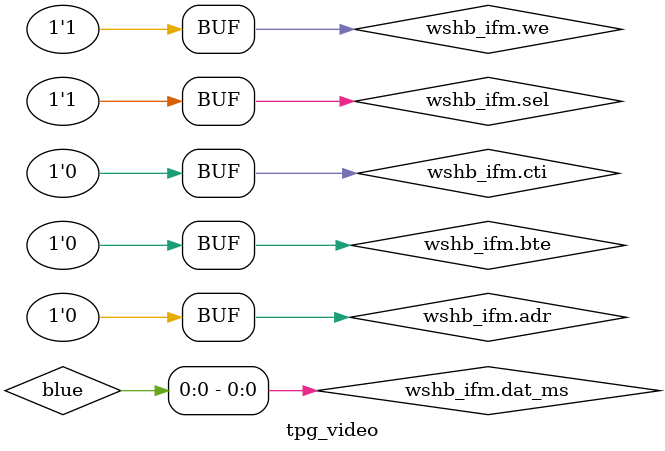
<source format=sv>



/******************************************************************************
 *                                                                            *
 * This module generators a sample video input stream for DE boards.          *
 *                                                                            *
 ******************************************************************************/

module tpg_video 
(
    wshb_if.master wshb_ifm
);

/*****************************************************************************
 *                           Parameter Declarations                          *
 *****************************************************************************/

localparam DW                       = 23;
localparam WW                       = 8;
localparam HW                       = 7;

localparam WIDTH                    = 160;
localparam HEIGHT                   = 90;

localparam VALUE                    = 8'd160;
localparam P_RATE                   = 24'd116508;
localparam TQ_START_RATE            = 25'd393216;
localparam TQ_RATE_DECELERATION     = 25'd4369;

localparam  MAX_TRANS               = 16; // Max transaction number during one cyc assertion
/*****************************************************************************
 *                 Internal Wires and Registers Declarations                 *
 *****************************************************************************/

// Internal Wires

wire            [ 7: 0]    red;
wire            [ 7: 0]    green;
wire            [ 7: 0]    blue;

// Internal Registers
logic            [WW: 0]    x;
logic            [HW: 0]    y;

logic            [10: 0]    hue;
logic            [ 2: 0]    hue_i;

logic            [23: 0]    p;
logic            [24: 0]    q;
logic            [24: 0]    t;

logic            [24: 0]    rate;

logic                       stall;

/*****************************************************************************
 *                             Sequential Logic                              *
 *****************************************************************************/

// Color Space Conversion from HSV to RGB
//
// HSV - Hue, Saturation, and Value
//
// Hue            - 0 to 360
// Saturation    - 0 to 1
// Value        - 0 to 1
//
// h_i    = floor (h / 60) mod 6
// f    = (h / 60) - floor (h / 60)
// p    = v * (1 - s) 
// q    = v * (1 - f * s) 
// t    = v * (1 - (1 - f) * s) 
//
//       { (v, t, p) if h_i = 0
//       { (q, v, p) if h_i = 1
// RGB = { (p, v, t) if h_i = 2
//       { (p, q, v) if h_i = 3
//       { (t, p, v) if h_i = 4
//       { (v, p, q) if h_i = 5
//
// Source: http://en.wikipedia.org/wiki/HSL_color_space#Conversion_from_HSV_to_RGB
//

// Output Registers

// Internal Registers
always_ff @(posedge wshb_ifm.clk)
begin
    if (wshb_ifm.rst)
        x <= 'h0;
    else if (wshb_ifm.ack)
    begin
        if (x == (WIDTH - 1))
            x <= 'h0;
        else
            x <= x + 1'b1;
    end
end

always_ff @(posedge wshb_ifm.clk)
begin
    if (wshb_ifm.rst)
        y <= 'h0;
    else if (wshb_ifm.ack && (x == (WIDTH - 1)))
    begin
        if (y == (HEIGHT - 1))
            y <= 'h0;
        else
            y <= y + 1'b1;
    end
end

always_ff @(posedge wshb_ifm.clk)
begin
    if (wshb_ifm.rst)
        stall <= 1'b1;
    else 
    begin
        stall <= 1'b0;
        if (wshb_ifm.ack)
           stall <= ((y*WIDTH+x) % MAX_TRANS) == MAX_TRANS - 1;
    end
end

always_ff @(posedge wshb_ifm.clk)
begin
    if (wshb_ifm.rst)
    begin
        hue    <= 'h0;
        hue_i    <= 'h0;
    end
    else if (wshb_ifm.ack)
    begin
        if (x == (WIDTH - 1))
        begin
            hue    <= 'h0;
            hue_i    <= 'h0;
        end
        else if (hue == ((WIDTH / 6) - 1))
        begin
            hue    <= 'h0;
            hue_i    <= hue_i + 1'b1;
        end
        else
            hue    <= hue + 1'b1;
    end
end

always_ff @(posedge wshb_ifm.clk)
begin
    if (wshb_ifm.rst)
    begin
        p        <= 'h0;
        q        <= {1'b0, VALUE, 16'h0000};
        t        <= 'h0;
        rate    <= TQ_START_RATE;
    end
    else if (wshb_ifm.ack)
    begin
        if ((x == (WIDTH - 1)) && (y == (HEIGHT - 1)))
        begin
            p       <= 'h0;
            rate    <= TQ_START_RATE;
        end
        else if (x == (WIDTH - 1))
        begin
            p        <= p + P_RATE;
            rate    <= rate - TQ_RATE_DECELERATION;
        end

        if ((x == (WIDTH - 1)) && (y == (HEIGHT - 1)))
        begin
            q        <= {1'b0, VALUE, 16'h0000};
            t        <= 'h0;
        end
        else if (x == (WIDTH - 1))
        begin
            q        <= {1'b0, VALUE, 16'h0000};
            t        <= p + P_RATE;
        end
        else if ((hue == ((WIDTH / 6) - 1)) && (hue_i != 5))
        begin
            q        <= {1'b0, VALUE, 16'h0000};
            t        <= p;
        end
        else
        begin
            q        <= q - rate;
            t        <= t + rate;
        end


    end
end

/*****************************************************************************
 *                            Combinational Logic                            *
 *****************************************************************************/

// Output Assignments

assign wshb_ifm.adr     = (y*WIDTH+x) << 2'b10;
assign wshb_ifm.dat_ms  = {8'h0, red, green, blue};
assign wshb_ifm.sel     = 4'hf; 
assign wshb_ifm.we      = 1'b1; 
assign wshb_ifm.cyc     = !stall;
assign wshb_ifm.stb     = !stall;
assign wshb_ifm.cti     = '0;
assign wshb_ifm.bte     = '0;

// Internal Assignments
assign red = 
        (hue_i == 0) ?    VALUE :
        (hue_i == 1) ?    q[23:16] & {8{~q[24]}}: // 8'h00 :
        (hue_i == 2) ?    p[23:16] :
        (hue_i == 3) ?    p[23:16] :
        (hue_i == 4) ?    t[23:16] | {8{t[24]}} : // 8'h00 :
                        VALUE;
    
assign green = 
        (hue_i == 0) ?    t[23:16] | {8{t[24]}} : // 8'h00 :
        (hue_i == 1) ?    VALUE :
        (hue_i == 2) ?    VALUE :
        (hue_i == 3) ?    q[23:16] & {8{~q[24]}} : // 8'h00 :
        (hue_i == 4) ?    p[23:16] :
                        p[23:16];
assign blue = 
        (hue_i == 0) ?    p[23:16] :
        (hue_i == 1) ?    p[23:16] :
        (hue_i == 2) ?    t[23:16] | {8{t[24]}} : // 8'h00 :
        (hue_i == 3) ?    VALUE :
        (hue_i == 4) ?    VALUE :
                        q[23:16] & {8{~q[24]}}; // 8'h00;

/*****************************************************************************
 *                              Internal Modules                             *
 *****************************************************************************/


endmodule


</source>
